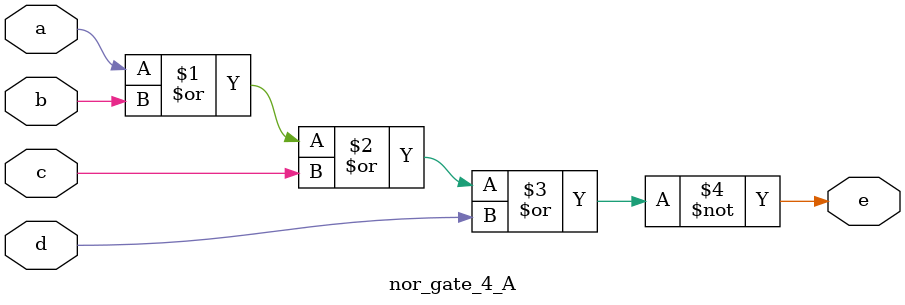
<source format=v>
`timescale 1ns / 1ps

module nor_gate_4_A(a, b, c, d, e);
    input a, b, c, d;
    output e;

    assign e = ~(a|b|c|d);
endmodule

</source>
